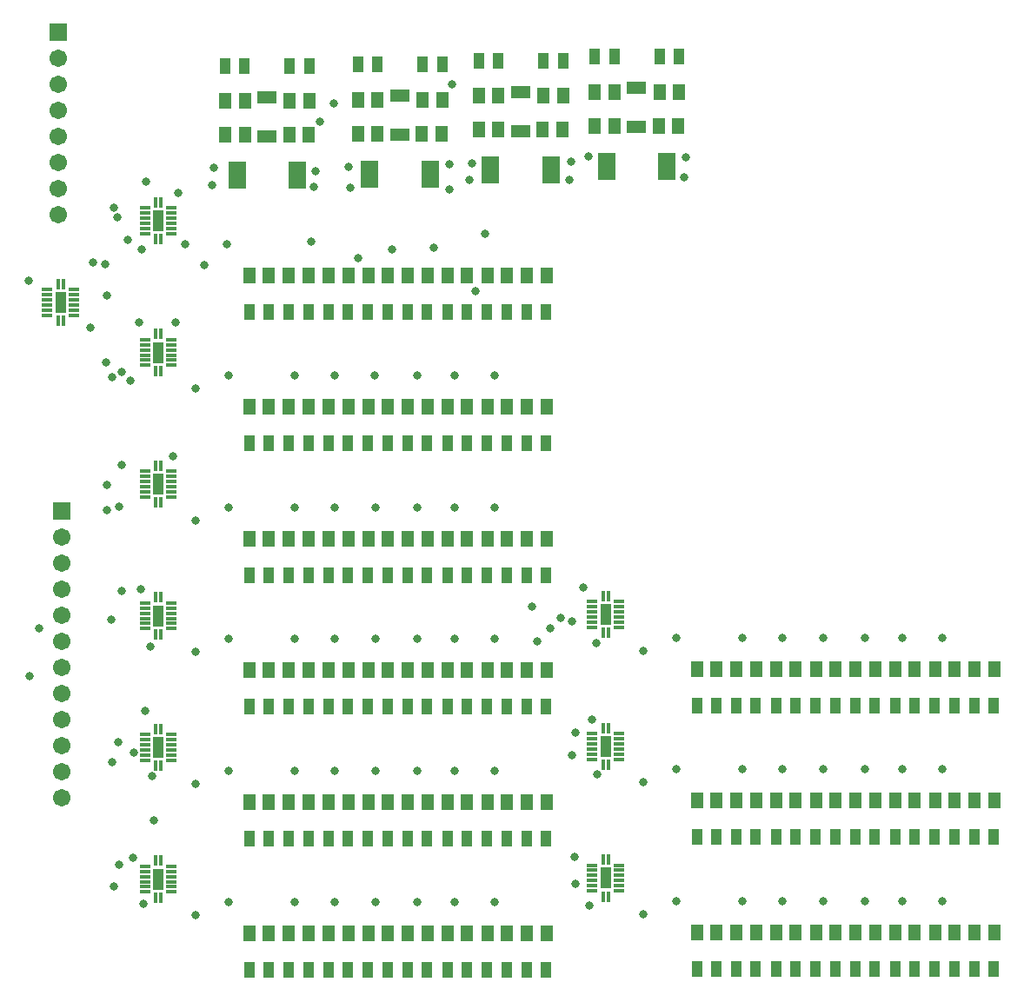
<source format=gts>
G04*
G04 #@! TF.GenerationSoftware,Altium Limited,Altium Designer,19.1.8 (144)*
G04*
G04 Layer_Color=8388736*
%FSLAX25Y25*%
%MOIN*%
G70*
G01*
G75*
%ADD12R,0.04540X0.06312*%
%ADD13R,0.04343X0.06312*%
%ADD14R,0.07493X0.05131*%
%ADD15R,0.06607X0.02572*%
%ADD16R,0.04343X0.08280*%
%ADD17R,0.01745X0.04343*%
%ADD18R,0.04343X0.01745*%
%ADD19R,0.06706X0.06706*%
%ADD20C,0.06706*%
%ADD21C,0.03162*%
D12*
X96740Y-206500D02*
D03*
X89260D02*
D03*
X111954D02*
D03*
X104474D02*
D03*
X127169D02*
D03*
X119688D02*
D03*
X142383D02*
D03*
X134903D02*
D03*
X157597D02*
D03*
X150117D02*
D03*
X172812D02*
D03*
X165331D02*
D03*
X188026D02*
D03*
X180545D02*
D03*
X203240D02*
D03*
X195760D02*
D03*
X374858Y-357557D02*
D03*
X367378D02*
D03*
X359644D02*
D03*
X352164D02*
D03*
X344430D02*
D03*
X336949D02*
D03*
X329215D02*
D03*
X321735D02*
D03*
X314001D02*
D03*
X306521D02*
D03*
X298787D02*
D03*
X291306D02*
D03*
X283573D02*
D03*
X276092D02*
D03*
X268358D02*
D03*
X260878D02*
D03*
X374858Y-307057D02*
D03*
X367378D02*
D03*
X359644D02*
D03*
X352164D02*
D03*
X344430D02*
D03*
X336949D02*
D03*
X329215D02*
D03*
X321735D02*
D03*
X314001D02*
D03*
X306521D02*
D03*
X298787D02*
D03*
X291306D02*
D03*
X283573D02*
D03*
X276092D02*
D03*
X268358D02*
D03*
X260878D02*
D03*
X374858Y-256557D02*
D03*
X367378D02*
D03*
X359644D02*
D03*
X352164D02*
D03*
X344430D02*
D03*
X336949D02*
D03*
X329215D02*
D03*
X321735D02*
D03*
X314001D02*
D03*
X306521D02*
D03*
X298787D02*
D03*
X291306D02*
D03*
X283573D02*
D03*
X276092D02*
D03*
X268358D02*
D03*
X260878D02*
D03*
X203240Y-358000D02*
D03*
X195760D02*
D03*
X188026D02*
D03*
X180545D02*
D03*
X172812D02*
D03*
X165331D02*
D03*
X157597D02*
D03*
X150117D02*
D03*
X142383D02*
D03*
X134903D02*
D03*
X127169D02*
D03*
X119688D02*
D03*
X111954D02*
D03*
X104474D02*
D03*
X96740D02*
D03*
X89260D02*
D03*
X203240Y-307500D02*
D03*
X195760D02*
D03*
X188026D02*
D03*
X180545D02*
D03*
X172812D02*
D03*
X165331D02*
D03*
X157597D02*
D03*
X150117D02*
D03*
X142383D02*
D03*
X134903D02*
D03*
X127169D02*
D03*
X119688D02*
D03*
X111954D02*
D03*
X104474D02*
D03*
X96740D02*
D03*
X89260D02*
D03*
X203240Y-257000D02*
D03*
X195760D02*
D03*
X188026D02*
D03*
X180545D02*
D03*
X172812D02*
D03*
X165331D02*
D03*
X157597D02*
D03*
X150117D02*
D03*
X142383D02*
D03*
X134903D02*
D03*
X127169D02*
D03*
X119688D02*
D03*
X111954D02*
D03*
X104474D02*
D03*
X96740D02*
D03*
X89260D02*
D03*
X203240Y-156000D02*
D03*
X195760D02*
D03*
X188026D02*
D03*
X180545D02*
D03*
X172812D02*
D03*
X165331D02*
D03*
X157597D02*
D03*
X150117D02*
D03*
X142383D02*
D03*
X134903D02*
D03*
X127169D02*
D03*
X119688D02*
D03*
X111954D02*
D03*
X104474D02*
D03*
X96740D02*
D03*
X89260D02*
D03*
X96740Y-105500D02*
D03*
X89260D02*
D03*
X111954D02*
D03*
X104474D02*
D03*
X127169D02*
D03*
X119688D02*
D03*
X142383D02*
D03*
X134903D02*
D03*
X157597D02*
D03*
X150117D02*
D03*
X172812D02*
D03*
X165331D02*
D03*
X203240D02*
D03*
X195760D02*
D03*
X188026D02*
D03*
X180545D02*
D03*
X80087Y-38661D02*
D03*
X87567D02*
D03*
X104827D02*
D03*
X112307D02*
D03*
X80087Y-51661D02*
D03*
X87567D02*
D03*
X112047D02*
D03*
X104567D02*
D03*
X130953Y-38161D02*
D03*
X138433D02*
D03*
X155693D02*
D03*
X163173D02*
D03*
X130953Y-51161D02*
D03*
X138433D02*
D03*
X162913D02*
D03*
X155433D02*
D03*
X177319Y-36661D02*
D03*
X184799D02*
D03*
X202059D02*
D03*
X209539D02*
D03*
X177319Y-49661D02*
D03*
X184799D02*
D03*
X209280D02*
D03*
X201799D02*
D03*
X229299Y-35161D02*
D03*
X221819D02*
D03*
X254039D02*
D03*
X246559D02*
D03*
X229299Y-48161D02*
D03*
X221819D02*
D03*
X246299D02*
D03*
X253780D02*
D03*
D13*
X89260Y-220500D02*
D03*
X96740D02*
D03*
X104360D02*
D03*
X111840D02*
D03*
X119560D02*
D03*
X127040D02*
D03*
X134760D02*
D03*
X142240D02*
D03*
X149960D02*
D03*
X157440D02*
D03*
X165260D02*
D03*
X172740D02*
D03*
X180460D02*
D03*
X187940D02*
D03*
X195660D02*
D03*
X203140D02*
D03*
X367278Y-371557D02*
D03*
X374758D02*
D03*
X352078D02*
D03*
X359558D02*
D03*
X336878D02*
D03*
X344358D02*
D03*
X321578D02*
D03*
X329058D02*
D03*
X306378D02*
D03*
X313858D02*
D03*
X291178D02*
D03*
X298658D02*
D03*
X275978D02*
D03*
X283458D02*
D03*
X260878D02*
D03*
X268358D02*
D03*
X367278Y-321057D02*
D03*
X374758D02*
D03*
X352078D02*
D03*
X359558D02*
D03*
X336878D02*
D03*
X344358D02*
D03*
X321578D02*
D03*
X329058D02*
D03*
X306378D02*
D03*
X313858D02*
D03*
X291178D02*
D03*
X298658D02*
D03*
X275978D02*
D03*
X283458D02*
D03*
X260878D02*
D03*
X268358D02*
D03*
X367278Y-270557D02*
D03*
X374758D02*
D03*
X352078D02*
D03*
X359558D02*
D03*
X336878D02*
D03*
X344358D02*
D03*
X321578D02*
D03*
X329058D02*
D03*
X306378D02*
D03*
X313858D02*
D03*
X291178D02*
D03*
X298658D02*
D03*
X275978D02*
D03*
X283458D02*
D03*
X260878D02*
D03*
X268358D02*
D03*
X195660Y-372000D02*
D03*
X203140D02*
D03*
X180460D02*
D03*
X187940D02*
D03*
X165260D02*
D03*
X172740D02*
D03*
X149960D02*
D03*
X157440D02*
D03*
X134760D02*
D03*
X142240D02*
D03*
X119560D02*
D03*
X127040D02*
D03*
X104360D02*
D03*
X111840D02*
D03*
X89260D02*
D03*
X96740D02*
D03*
X195660Y-321500D02*
D03*
X203140D02*
D03*
X180460D02*
D03*
X187940D02*
D03*
X165260D02*
D03*
X172740D02*
D03*
X149960D02*
D03*
X157440D02*
D03*
X134760D02*
D03*
X142240D02*
D03*
X119560D02*
D03*
X127040D02*
D03*
X104360D02*
D03*
X111840D02*
D03*
X89260D02*
D03*
X96740D02*
D03*
X195660Y-271000D02*
D03*
X203140D02*
D03*
X180460D02*
D03*
X187940D02*
D03*
X165260D02*
D03*
X172740D02*
D03*
X149960D02*
D03*
X157440D02*
D03*
X134760D02*
D03*
X142240D02*
D03*
X119560D02*
D03*
X127040D02*
D03*
X104360D02*
D03*
X111840D02*
D03*
X89260D02*
D03*
X96740D02*
D03*
X195660Y-170000D02*
D03*
X203140D02*
D03*
X180460D02*
D03*
X187940D02*
D03*
X165260D02*
D03*
X172740D02*
D03*
X149960D02*
D03*
X157440D02*
D03*
X134760D02*
D03*
X142240D02*
D03*
X119560D02*
D03*
X127040D02*
D03*
X104360D02*
D03*
X111840D02*
D03*
X89260D02*
D03*
X96740D02*
D03*
X165260Y-119500D02*
D03*
X172740D02*
D03*
X149960D02*
D03*
X157440D02*
D03*
X134760D02*
D03*
X142240D02*
D03*
X119560D02*
D03*
X127040D02*
D03*
X104360D02*
D03*
X111840D02*
D03*
X89260D02*
D03*
X96740D02*
D03*
X195660D02*
D03*
X203140D02*
D03*
X180460D02*
D03*
X187940D02*
D03*
X87467Y-25161D02*
D03*
X79987D02*
D03*
X112307D02*
D03*
X104827D02*
D03*
X138333Y-24661D02*
D03*
X130853D02*
D03*
X163173D02*
D03*
X155693D02*
D03*
X184699Y-23161D02*
D03*
X177219D02*
D03*
X209539D02*
D03*
X202059D02*
D03*
X221719Y-21661D02*
D03*
X229199D02*
D03*
X246559D02*
D03*
X254039D02*
D03*
D14*
X96067Y-37261D02*
D03*
Y-52222D02*
D03*
X146933Y-36761D02*
D03*
Y-51722D02*
D03*
X193299Y-35261D02*
D03*
Y-50222D02*
D03*
X237799Y-48722D02*
D03*
Y-33761D02*
D03*
D15*
X107634Y-63323D02*
D03*
Y-65882D02*
D03*
Y-68441D02*
D03*
Y-71000D02*
D03*
X84500D02*
D03*
Y-68441D02*
D03*
Y-65882D02*
D03*
Y-63323D02*
D03*
X158500Y-62823D02*
D03*
Y-65382D02*
D03*
Y-67941D02*
D03*
Y-70500D02*
D03*
X135366D02*
D03*
Y-67941D02*
D03*
Y-65382D02*
D03*
Y-62823D02*
D03*
X204866Y-61323D02*
D03*
Y-63882D02*
D03*
Y-66441D02*
D03*
Y-69000D02*
D03*
X181732D02*
D03*
Y-66441D02*
D03*
Y-63882D02*
D03*
Y-61323D02*
D03*
X226232Y-59823D02*
D03*
Y-62382D02*
D03*
Y-64941D02*
D03*
Y-67500D02*
D03*
X249366D02*
D03*
Y-64941D02*
D03*
Y-62382D02*
D03*
Y-59823D02*
D03*
D16*
X225878Y-336757D02*
D03*
X54299Y-337161D02*
D03*
X225878Y-286257D02*
D03*
X54299Y-286661D02*
D03*
Y-236161D02*
D03*
X225917Y-235661D02*
D03*
X54299Y-185661D02*
D03*
Y-135161D02*
D03*
X16917Y-115911D02*
D03*
X54299Y-84661D02*
D03*
D17*
X224894Y-343844D02*
D03*
Y-329671D02*
D03*
X226862D02*
D03*
Y-343844D02*
D03*
X53315Y-344248D02*
D03*
Y-330075D02*
D03*
X55283D02*
D03*
Y-344248D02*
D03*
X224894Y-293344D02*
D03*
Y-279170D02*
D03*
X226862D02*
D03*
Y-293344D02*
D03*
X53315Y-293748D02*
D03*
Y-279575D02*
D03*
X55283D02*
D03*
Y-293748D02*
D03*
X53315Y-243248D02*
D03*
Y-229075D02*
D03*
X55283D02*
D03*
Y-243248D02*
D03*
X224933Y-242748D02*
D03*
Y-228575D02*
D03*
X226902D02*
D03*
Y-242748D02*
D03*
X55283Y-178575D02*
D03*
Y-192748D02*
D03*
X53315D02*
D03*
Y-178575D02*
D03*
X55283Y-128075D02*
D03*
Y-142248D02*
D03*
X53315D02*
D03*
Y-128075D02*
D03*
X17902Y-108825D02*
D03*
Y-122998D02*
D03*
X15933D02*
D03*
Y-108825D02*
D03*
X55283Y-77575D02*
D03*
Y-91748D02*
D03*
X53315D02*
D03*
Y-77575D02*
D03*
D18*
X220760Y-341678D02*
D03*
Y-339710D02*
D03*
Y-337741D02*
D03*
Y-335773D02*
D03*
Y-333804D02*
D03*
Y-331836D02*
D03*
X230996D02*
D03*
Y-333804D02*
D03*
Y-335773D02*
D03*
Y-337741D02*
D03*
Y-339710D02*
D03*
Y-341678D02*
D03*
X49181Y-342083D02*
D03*
Y-340114D02*
D03*
Y-338146D02*
D03*
Y-336177D02*
D03*
Y-334209D02*
D03*
Y-332240D02*
D03*
X59417D02*
D03*
Y-334209D02*
D03*
Y-336177D02*
D03*
Y-338146D02*
D03*
Y-340114D02*
D03*
Y-342083D02*
D03*
X220760Y-291178D02*
D03*
Y-289210D02*
D03*
Y-287241D02*
D03*
Y-285273D02*
D03*
Y-283304D02*
D03*
Y-281336D02*
D03*
X230996D02*
D03*
Y-283304D02*
D03*
Y-285273D02*
D03*
Y-287241D02*
D03*
Y-289210D02*
D03*
Y-291178D02*
D03*
X49181Y-291583D02*
D03*
Y-289614D02*
D03*
Y-287646D02*
D03*
Y-285677D02*
D03*
Y-283709D02*
D03*
Y-281740D02*
D03*
X59417D02*
D03*
Y-283709D02*
D03*
Y-285677D02*
D03*
Y-287646D02*
D03*
Y-289614D02*
D03*
Y-291583D02*
D03*
X49181Y-241083D02*
D03*
Y-239114D02*
D03*
Y-237146D02*
D03*
Y-235177D02*
D03*
Y-233209D02*
D03*
Y-231240D02*
D03*
X59417D02*
D03*
Y-233209D02*
D03*
Y-235177D02*
D03*
Y-237146D02*
D03*
Y-239114D02*
D03*
Y-241083D02*
D03*
X220799Y-240583D02*
D03*
Y-238614D02*
D03*
Y-236646D02*
D03*
Y-234677D02*
D03*
Y-232709D02*
D03*
Y-230740D02*
D03*
X231035D02*
D03*
Y-232709D02*
D03*
Y-234677D02*
D03*
Y-236646D02*
D03*
Y-238614D02*
D03*
Y-240583D02*
D03*
X59417Y-180740D02*
D03*
Y-182709D02*
D03*
Y-184677D02*
D03*
Y-186646D02*
D03*
Y-188614D02*
D03*
Y-190583D02*
D03*
X49181D02*
D03*
Y-188614D02*
D03*
Y-186646D02*
D03*
Y-184677D02*
D03*
Y-182709D02*
D03*
Y-180740D02*
D03*
X59417Y-130240D02*
D03*
Y-132209D02*
D03*
Y-134177D02*
D03*
Y-136146D02*
D03*
Y-138114D02*
D03*
Y-140083D02*
D03*
X49181D02*
D03*
Y-138114D02*
D03*
Y-136146D02*
D03*
Y-134177D02*
D03*
Y-132209D02*
D03*
Y-130240D02*
D03*
X22035Y-110990D02*
D03*
Y-112959D02*
D03*
Y-114927D02*
D03*
Y-116896D02*
D03*
Y-118864D02*
D03*
Y-120833D02*
D03*
X11799D02*
D03*
Y-118864D02*
D03*
Y-116896D02*
D03*
Y-114927D02*
D03*
Y-112959D02*
D03*
Y-110990D02*
D03*
X59417Y-79740D02*
D03*
Y-81709D02*
D03*
Y-83677D02*
D03*
Y-85646D02*
D03*
Y-87614D02*
D03*
Y-89583D02*
D03*
X49181D02*
D03*
Y-87614D02*
D03*
Y-85646D02*
D03*
Y-83677D02*
D03*
Y-81709D02*
D03*
Y-79740D02*
D03*
D19*
X17178Y-195890D02*
D03*
X16078Y-12357D02*
D03*
D20*
X17178Y-205890D02*
D03*
Y-215890D02*
D03*
Y-225890D02*
D03*
Y-235890D02*
D03*
Y-245890D02*
D03*
Y-255890D02*
D03*
Y-265890D02*
D03*
Y-275890D02*
D03*
Y-285890D02*
D03*
Y-295890D02*
D03*
Y-305890D02*
D03*
X16078Y-82357D02*
D03*
Y-72357D02*
D03*
Y-62357D02*
D03*
Y-52357D02*
D03*
Y-42357D02*
D03*
Y-32357D02*
D03*
Y-22357D02*
D03*
D21*
X49200Y-272700D02*
D03*
X40400Y-142800D02*
D03*
X36586Y-144600D02*
D03*
X43700Y-146000D02*
D03*
X214200Y-281000D02*
D03*
X222300Y-246600D02*
D03*
X222700Y-296900D02*
D03*
X219800Y-347200D02*
D03*
X48600Y-346500D02*
D03*
X51900Y-297500D02*
D03*
X51400Y-248100D02*
D03*
X39200Y-194400D02*
D03*
X60100Y-175100D02*
D03*
X256800Y-60300D02*
D03*
X219400Y-60000D02*
D03*
X212500Y-61900D02*
D03*
X174700Y-62500D02*
D03*
X166100Y-63000D02*
D03*
X127400Y-64000D02*
D03*
X114500Y-65700D02*
D03*
X75600Y-64300D02*
D03*
X62000Y-73900D02*
D03*
X42500Y-92000D02*
D03*
X61100Y-123700D02*
D03*
X47900Y-95500D02*
D03*
X46900Y-123600D02*
D03*
X34800Y-113300D02*
D03*
X29400Y-100800D02*
D03*
X38500Y-83300D02*
D03*
X37400Y-79500D02*
D03*
X34400Y-138900D02*
D03*
X49500Y-69700D02*
D03*
X33900Y-101200D02*
D03*
X34500Y-186000D02*
D03*
X34600Y-195800D02*
D03*
X40200Y-178300D02*
D03*
X212900Y-238400D02*
D03*
X204600Y-241100D02*
D03*
X199600Y-246100D02*
D03*
X52800Y-314700D02*
D03*
X220500Y-275900D02*
D03*
X214400Y-338900D02*
D03*
X213900Y-328500D02*
D03*
X217200Y-225400D02*
D03*
X213100Y-289600D02*
D03*
X197600Y-232500D02*
D03*
X47800Y-225900D02*
D03*
X208800Y-236900D02*
D03*
X36300Y-237700D02*
D03*
X40269Y-226616D02*
D03*
X45100Y-288600D02*
D03*
X37361Y-340100D02*
D03*
X44800Y-329000D02*
D03*
X39400Y-331800D02*
D03*
X36517Y-292400D02*
D03*
X39100Y-284500D02*
D03*
X5000Y-259200D02*
D03*
X8800Y-241100D02*
D03*
X4600Y-107700D02*
D03*
X28300Y-125700D02*
D03*
X116378Y-46557D02*
D03*
X121778Y-39557D02*
D03*
X166878Y-32357D02*
D03*
X240421Y-350557D02*
D03*
X252878Y-345557D02*
D03*
X325378D02*
D03*
X278378D02*
D03*
X293678D02*
D03*
X339578D02*
D03*
X354878D02*
D03*
X309378D02*
D03*
X240421Y-300057D02*
D03*
X252878Y-295057D02*
D03*
X325378D02*
D03*
X278378D02*
D03*
X293678D02*
D03*
X339578D02*
D03*
X354878D02*
D03*
X309378D02*
D03*
Y-244557D02*
D03*
X354878D02*
D03*
X339578D02*
D03*
X293678D02*
D03*
X278378D02*
D03*
X325378D02*
D03*
X252878D02*
D03*
X240421Y-249557D02*
D03*
X68803Y-351000D02*
D03*
X81260Y-346000D02*
D03*
X153760D02*
D03*
X106760D02*
D03*
X122060D02*
D03*
X167960D02*
D03*
X183260D02*
D03*
X137760D02*
D03*
X68803Y-300500D02*
D03*
X81260Y-295500D02*
D03*
X153760D02*
D03*
X106760D02*
D03*
X122060D02*
D03*
X167960D02*
D03*
X183260D02*
D03*
X137760D02*
D03*
X68803Y-250000D02*
D03*
X81260Y-245000D02*
D03*
X153760D02*
D03*
X106760D02*
D03*
X122060D02*
D03*
X167960D02*
D03*
X183260D02*
D03*
X137760D02*
D03*
X179760Y-89500D02*
D03*
X137760Y-194500D02*
D03*
X183260D02*
D03*
X167960D02*
D03*
X122060D02*
D03*
X106760D02*
D03*
X153760D02*
D03*
Y-144000D02*
D03*
X80760Y-93500D02*
D03*
X81260Y-194500D02*
D03*
X68803Y-199500D02*
D03*
Y-149000D02*
D03*
X81260Y-144000D02*
D03*
X106760D02*
D03*
X122060D02*
D03*
X137360D02*
D03*
X167960D02*
D03*
X183260D02*
D03*
X176000Y-111500D02*
D03*
X256000Y-68000D02*
D03*
X144000Y-95500D02*
D03*
X212000Y-69000D02*
D03*
X173500D02*
D03*
X160000Y-95000D02*
D03*
X131000Y-99000D02*
D03*
X128000Y-72000D02*
D03*
X166000Y-72500D02*
D03*
X113000Y-92500D02*
D03*
X114000Y-71500D02*
D03*
X72000Y-101500D02*
D03*
X75000Y-71000D02*
D03*
X64500Y-93500D02*
D03*
M02*

</source>
